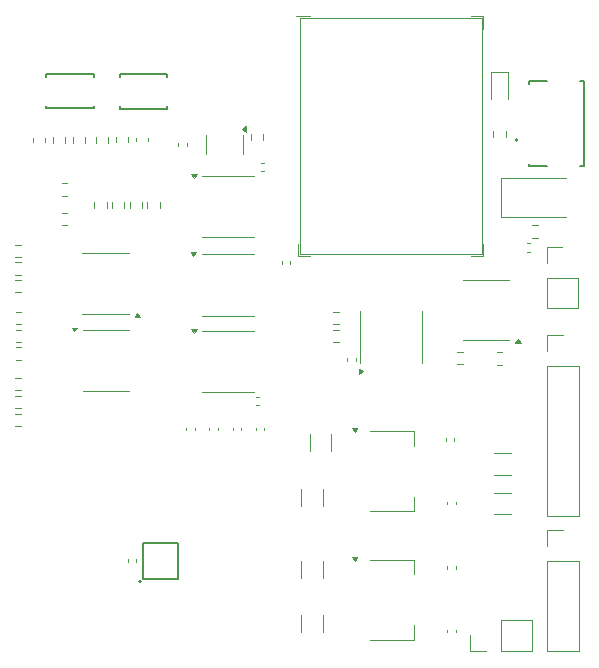
<source format=gbr>
%TF.GenerationSoftware,KiCad,Pcbnew,8.0.6*%
%TF.CreationDate,2025-08-26T16:01:02+02:00*%
%TF.ProjectId,probe,70726f62-652e-46b6-9963-61645f706362,V4-0*%
%TF.SameCoordinates,Original*%
%TF.FileFunction,Legend,Top*%
%TF.FilePolarity,Positive*%
%FSLAX46Y46*%
G04 Gerber Fmt 4.6, Leading zero omitted, Abs format (unit mm)*
G04 Created by KiCad (PCBNEW 8.0.6) date 2025-08-26 16:01:02*
%MOMM*%
%LPD*%
G01*
G04 APERTURE LIST*
%ADD10C,0.120000*%
%ADD11C,0.127000*%
%ADD12C,0.200000*%
G04 APERTURE END LIST*
D10*
%TO.C,R22*%
X145612742Y-32237500D02*
X146087258Y-32237500D01*
X145612742Y-33282500D02*
X146087258Y-33282500D01*
D11*
%TO.C,J2*%
X185215000Y-21100000D02*
X185215000Y-21305000D01*
X185215000Y-28300000D02*
X185215000Y-28095000D01*
X186735000Y-21100000D02*
X185215000Y-21100000D01*
X186735000Y-28300000D02*
X185215000Y-28300000D01*
X189515000Y-21100000D02*
X189875000Y-21100000D01*
X189875000Y-21100000D02*
X189875000Y-28300000D01*
X189875000Y-28300000D02*
X189515000Y-28300000D01*
D12*
X184225000Y-26050000D02*
G75*
G02*
X184025000Y-26050000I-100000J0D01*
G01*
X184025000Y-26050000D02*
G75*
G02*
X184225000Y-26050000I100000J0D01*
G01*
D10*
%TO.C,J1*%
X180195000Y-69330000D02*
X180195000Y-68000000D01*
X181525000Y-69330000D02*
X180195000Y-69330000D01*
X182795000Y-66670000D02*
X185395000Y-66670000D01*
X182795000Y-69330000D02*
X182795000Y-66670000D01*
X182795000Y-69330000D02*
X185395000Y-69330000D01*
X185395000Y-69330000D02*
X185395000Y-66670000D01*
%TO.C,C11*%
X151915000Y-26165580D02*
X151915000Y-25884420D01*
X152935000Y-26165580D02*
X152935000Y-25884420D01*
%TO.C,D1*%
X182840000Y-29300000D02*
X182840000Y-32600000D01*
X182840000Y-29300000D02*
X188350000Y-29300000D01*
X182840000Y-32600000D02*
X188350000Y-32600000D01*
%TO.C,R1*%
X150202500Y-26262258D02*
X150202500Y-25787742D01*
X151247500Y-26262258D02*
X151247500Y-25787742D01*
D11*
%TO.C,SW1*%
X150550000Y-20500000D02*
X154550000Y-20500000D01*
X150550000Y-20730000D02*
X150550000Y-20500000D01*
X150550000Y-23400000D02*
X150550000Y-23170000D01*
X154550000Y-20500000D02*
X154550000Y-20730000D01*
X154550000Y-23400000D02*
X150550000Y-23400000D01*
X154550000Y-23400000D02*
X154550000Y-23170000D01*
D10*
%TO.C,R12*%
X142187258Y-42127500D02*
X141712742Y-42127500D01*
X142187258Y-43172500D02*
X141712742Y-43172500D01*
%TO.C,C13*%
X155502500Y-26532836D02*
X155502500Y-26317164D01*
X156222500Y-26532836D02*
X156222500Y-26317164D01*
D11*
%TO.C,U13*%
X152475000Y-60190000D02*
X152475000Y-63190000D01*
X152475000Y-63190000D02*
X155475000Y-63190000D01*
X155475000Y-60190000D02*
X152475000Y-60190000D01*
X155475000Y-63190000D02*
X155475000Y-60190000D01*
D12*
X152325000Y-63440000D02*
G75*
G02*
X152125000Y-63440000I-100000J0D01*
G01*
X152125000Y-63440000D02*
G75*
G02*
X152325000Y-63440000I100000J0D01*
G01*
D10*
%TO.C,C15*%
X156155000Y-50627836D02*
X156155000Y-50412164D01*
X156875000Y-50627836D02*
X156875000Y-50412164D01*
%TO.C,R26*%
X161640000Y-26062258D02*
X161640000Y-25587742D01*
X162685000Y-26062258D02*
X162685000Y-25587742D01*
%TO.C,R18*%
X149877500Y-31812258D02*
X149877500Y-31337742D01*
X150922500Y-31812258D02*
X150922500Y-31337742D01*
%TO.C,C16*%
X158125000Y-50627836D02*
X158125000Y-50412164D01*
X158845000Y-50627836D02*
X158845000Y-50412164D01*
%TO.C,C19*%
X162512164Y-27990000D02*
X162727836Y-27990000D01*
X162512164Y-28710000D02*
X162727836Y-28710000D01*
%TO.C,C22*%
X162092164Y-47790000D02*
X162307836Y-47790000D01*
X162092164Y-48510000D02*
X162307836Y-48510000D01*
%TO.C,C8*%
X178240000Y-67727836D02*
X178240000Y-67512164D01*
X178960000Y-67727836D02*
X178960000Y-67512164D01*
%TO.C,C17*%
X160095000Y-50627836D02*
X160095000Y-50412164D01*
X160815000Y-50627836D02*
X160815000Y-50412164D01*
%TO.C,R27*%
X179087742Y-43992500D02*
X179562258Y-43992500D01*
X179087742Y-45037500D02*
X179562258Y-45037500D01*
%TO.C,R15*%
X142137258Y-47727500D02*
X141662742Y-47727500D01*
X142137258Y-48772500D02*
X141662742Y-48772500D01*
%TO.C,R19*%
X151377500Y-31812258D02*
X151377500Y-31337742D01*
X152422500Y-31812258D02*
X152422500Y-31337742D01*
%TO.C,R16*%
X142137258Y-46227500D02*
X141662742Y-46227500D01*
X142137258Y-47272500D02*
X141662742Y-47272500D01*
D11*
%TO.C,SW2*%
X144325000Y-20475000D02*
X144325000Y-20705000D01*
X144325000Y-20475000D02*
X148325000Y-20475000D01*
X144325000Y-23375000D02*
X144325000Y-23145000D01*
X148325000Y-20475000D02*
X148325000Y-20705000D01*
X148325000Y-23145000D02*
X148325000Y-23375000D01*
X148325000Y-23375000D02*
X144325000Y-23375000D01*
D10*
%TO.C,J5*%
X186670000Y-35120000D02*
X188000000Y-35120000D01*
X186670000Y-36450000D02*
X186670000Y-35120000D01*
X186670000Y-37720000D02*
X186670000Y-40320000D01*
X186670000Y-37720000D02*
X189330000Y-37720000D01*
X186670000Y-40320000D02*
X189330000Y-40320000D01*
X189330000Y-37720000D02*
X189330000Y-40320000D01*
%TO.C,C12*%
X143165000Y-25934420D02*
X143165000Y-26215580D01*
X144185000Y-25934420D02*
X144185000Y-26215580D01*
%TO.C,R23*%
X185912258Y-33277500D02*
X185437742Y-33277500D01*
X185912258Y-34322500D02*
X185437742Y-34322500D01*
%TO.C,C21*%
X169790000Y-44522164D02*
X169790000Y-44737836D01*
X170510000Y-44522164D02*
X170510000Y-44737836D01*
%TO.C,J6*%
X186720000Y-59080000D02*
X188050000Y-59080000D01*
X186720000Y-60410000D02*
X186720000Y-59080000D01*
X186720000Y-61680000D02*
X186720000Y-69360000D01*
X186720000Y-61680000D02*
X189380000Y-61680000D01*
X186720000Y-69360000D02*
X189380000Y-69360000D01*
X189380000Y-61680000D02*
X189380000Y-69360000D01*
%TO.C,C6*%
X165890000Y-67736252D02*
X165890000Y-66313748D01*
X167710000Y-67736252D02*
X167710000Y-66313748D01*
%TO.C,U7*%
X159675000Y-35715000D02*
X157475000Y-35715000D01*
X159675000Y-35715000D02*
X161875000Y-35715000D01*
X159675000Y-40935000D02*
X157475000Y-40935000D01*
X159675000Y-40935000D02*
X161875000Y-40935000D01*
X156775000Y-35915000D02*
X156535000Y-35585000D01*
X157015000Y-35585000D01*
X156775000Y-35915000D01*
G36*
X156775000Y-35915000D02*
G01*
X156535000Y-35585000D01*
X157015000Y-35585000D01*
X156775000Y-35915000D01*
G37*
%TO.C,R24*%
X169062258Y-42140000D02*
X168587742Y-42140000D01*
X169062258Y-43185000D02*
X168587742Y-43185000D01*
%TO.C,U2*%
X171700000Y-50690000D02*
X175460000Y-50690000D01*
X171700000Y-57510000D02*
X175460000Y-57510000D01*
X175460000Y-50690000D02*
X175460000Y-51950000D01*
X175460000Y-57510000D02*
X175460000Y-56250000D01*
X170420000Y-50790000D02*
X170180000Y-50460000D01*
X170660000Y-50460000D01*
X170420000Y-50790000D01*
G36*
X170420000Y-50790000D02*
G01*
X170180000Y-50460000D01*
X170660000Y-50460000D01*
X170420000Y-50790000D01*
G37*
%TO.C,U4*%
X165625000Y-35900000D02*
X165625000Y-34850000D01*
X165775000Y-15750000D02*
X165775000Y-20350000D01*
X165775000Y-15750000D02*
X181175000Y-15750000D01*
X165775000Y-35750000D02*
X165775000Y-20350000D01*
X166675000Y-15600000D02*
X165475000Y-15600000D01*
X166675000Y-35900000D02*
X165625000Y-35900000D01*
X180275000Y-15600000D02*
X181325000Y-15600000D01*
X180275000Y-35900000D02*
X181325000Y-35900000D01*
X181175000Y-15750000D02*
X181175000Y-20350000D01*
X181175000Y-20350000D02*
X181175000Y-35750000D01*
X181175000Y-35750000D02*
X165775000Y-35750000D01*
X181325000Y-15600000D02*
X181325000Y-16650000D01*
X181325000Y-35900000D02*
X181325000Y-34850000D01*
%TO.C,U6*%
X159700000Y-29090000D02*
X157500000Y-29090000D01*
X159700000Y-29090000D02*
X161900000Y-29090000D01*
X159700000Y-34310000D02*
X157500000Y-34310000D01*
X159700000Y-34310000D02*
X161900000Y-34310000D01*
X156800000Y-29290000D02*
X156560000Y-28960000D01*
X157040000Y-28960000D01*
X156800000Y-29290000D01*
G36*
X156800000Y-29290000D02*
G01*
X156560000Y-28960000D01*
X157040000Y-28960000D01*
X156800000Y-29290000D01*
G37*
%TO.C,C20*%
X164240000Y-36342164D02*
X164240000Y-36557836D01*
X164960000Y-36342164D02*
X164960000Y-36557836D01*
%TO.C,U1*%
X157840000Y-26437500D02*
X157840000Y-25637500D01*
X157840000Y-26437500D02*
X157840000Y-27237500D01*
X160960000Y-26437500D02*
X160960000Y-25637500D01*
X160960000Y-26437500D02*
X160960000Y-27237500D01*
X161240000Y-25377500D02*
X160910000Y-25137500D01*
X161240000Y-24897500D01*
X161240000Y-25377500D01*
G36*
X161240000Y-25377500D02*
G01*
X160910000Y-25137500D01*
X161240000Y-24897500D01*
X161240000Y-25377500D01*
G37*
%TO.C,C7*%
X165890000Y-63136252D02*
X165890000Y-61713748D01*
X167710000Y-63136252D02*
X167710000Y-61713748D01*
%TO.C,C18*%
X162065000Y-50627836D02*
X162065000Y-50412164D01*
X162785000Y-50627836D02*
X162785000Y-50412164D01*
%TO.C,C1*%
X178140000Y-51292164D02*
X178140000Y-51507836D01*
X178860000Y-51292164D02*
X178860000Y-51507836D01*
%TO.C,R10*%
X142162258Y-34927500D02*
X141687742Y-34927500D01*
X142162258Y-35972500D02*
X141687742Y-35972500D01*
%TO.C,R21*%
X145612742Y-29727500D02*
X146087258Y-29727500D01*
X145612742Y-30772500D02*
X146087258Y-30772500D01*
%TO.C,C10*%
X182213748Y-55915000D02*
X183636252Y-55915000D01*
X182213748Y-57735000D02*
X183636252Y-57735000D01*
%TO.C,R2*%
X144852500Y-25837742D02*
X144852500Y-26312258D01*
X145897500Y-25837742D02*
X145897500Y-26312258D01*
%TO.C,C9*%
X182213748Y-52565000D02*
X183636252Y-52565000D01*
X182213748Y-54385000D02*
X183636252Y-54385000D01*
%TO.C,R7*%
X148502500Y-26287258D02*
X148502500Y-25812742D01*
X149547500Y-26287258D02*
X149547500Y-25812742D01*
%TO.C,R8*%
X142162258Y-37927500D02*
X141687742Y-37927500D01*
X142162258Y-38972500D02*
X141687742Y-38972500D01*
%TO.C,R25*%
X169062258Y-40590000D02*
X168587742Y-40590000D01*
X169062258Y-41635000D02*
X168587742Y-41635000D01*
%TO.C,U12*%
X181550000Y-37895000D02*
X179600000Y-37895000D01*
X181550000Y-37895000D02*
X183500000Y-37895000D01*
X181550000Y-43015000D02*
X179600000Y-43015000D01*
X181550000Y-43015000D02*
X183500000Y-43015000D01*
X184490000Y-43250000D02*
X184010000Y-43250000D01*
X184250000Y-42920000D01*
X184490000Y-43250000D01*
G36*
X184490000Y-43250000D02*
G01*
X184010000Y-43250000D01*
X184250000Y-42920000D01*
X184490000Y-43250000D01*
G37*
%TO.C,R13*%
X142187258Y-40627500D02*
X141712742Y-40627500D01*
X142187258Y-41672500D02*
X141712742Y-41672500D01*
%TO.C,R20*%
X152877500Y-31812258D02*
X152877500Y-31337742D01*
X153922500Y-31812258D02*
X153922500Y-31337742D01*
%TO.C,U9*%
X149400000Y-42180000D02*
X147450000Y-42180000D01*
X149400000Y-42180000D02*
X151350000Y-42180000D01*
X149400000Y-47300000D02*
X147450000Y-47300000D01*
X149400000Y-47300000D02*
X151350000Y-47300000D01*
X146700000Y-42275000D02*
X146460000Y-41945000D01*
X146940000Y-41945000D01*
X146700000Y-42275000D01*
G36*
X146700000Y-42275000D02*
G01*
X146460000Y-41945000D01*
X146940000Y-41945000D01*
X146700000Y-42275000D01*
G37*
%TO.C,R11*%
X142187258Y-43627500D02*
X141712742Y-43627500D01*
X142187258Y-44672500D02*
X141712742Y-44672500D01*
%TO.C,C5*%
X178240000Y-62172164D02*
X178240000Y-62387836D01*
X178960000Y-62172164D02*
X178960000Y-62387836D01*
%TO.C,R14*%
X142137258Y-49227500D02*
X141662742Y-49227500D01*
X142137258Y-50272500D02*
X141662742Y-50272500D01*
%TO.C,R17*%
X148377500Y-31812258D02*
X148377500Y-31337742D01*
X149422500Y-31812258D02*
X149422500Y-31337742D01*
%TO.C,J3*%
X186720000Y-42580000D02*
X188050000Y-42580000D01*
X186720000Y-43910000D02*
X186720000Y-42580000D01*
X186720000Y-45180000D02*
X186720000Y-57940000D01*
X186720000Y-45180000D02*
X189380000Y-45180000D01*
X186720000Y-57940000D02*
X189380000Y-57940000D01*
X189380000Y-45180000D02*
X189380000Y-57940000D01*
%TO.C,U5*%
X149325000Y-35665000D02*
X147375000Y-35665000D01*
X149325000Y-35665000D02*
X151275000Y-35665000D01*
X149325000Y-40785000D02*
X147375000Y-40785000D01*
X149325000Y-40785000D02*
X151275000Y-40785000D01*
X152265000Y-41020000D02*
X151785000Y-41020000D01*
X152025000Y-40690000D01*
X152265000Y-41020000D01*
G36*
X152265000Y-41020000D02*
G01*
X151785000Y-41020000D01*
X152025000Y-40690000D01*
X152265000Y-41020000D01*
G37*
%TO.C,U8*%
X159712500Y-42215000D02*
X157512500Y-42215000D01*
X159712500Y-42215000D02*
X161912500Y-42215000D01*
X159712500Y-47435000D02*
X157512500Y-47435000D01*
X159712500Y-47435000D02*
X161912500Y-47435000D01*
X156812500Y-42415000D02*
X156572500Y-42085000D01*
X157052500Y-42085000D01*
X156812500Y-42415000D01*
G36*
X156812500Y-42415000D02*
G01*
X156572500Y-42085000D01*
X157052500Y-42085000D01*
X156812500Y-42415000D01*
G37*
%TO.C,R28*%
X182462742Y-44027500D02*
X182937258Y-44027500D01*
X182462742Y-45072500D02*
X182937258Y-45072500D01*
%TO.C,C23*%
X151190000Y-61752836D02*
X151190000Y-61537164D01*
X151910000Y-61752836D02*
X151910000Y-61537164D01*
%TO.C,R6*%
X146552500Y-25837742D02*
X146552500Y-26312258D01*
X147597500Y-25837742D02*
X147597500Y-26312258D01*
%TO.C,U3*%
X171700000Y-61590000D02*
X175460000Y-61590000D01*
X171700000Y-68410000D02*
X175460000Y-68410000D01*
X175460000Y-61590000D02*
X175460000Y-62850000D01*
X175460000Y-68410000D02*
X175460000Y-67150000D01*
X170420000Y-61690000D02*
X170180000Y-61360000D01*
X170660000Y-61360000D01*
X170420000Y-61690000D01*
G36*
X170420000Y-61690000D02*
G01*
X170180000Y-61360000D01*
X170660000Y-61360000D01*
X170420000Y-61690000D01*
G37*
%TO.C,C14*%
X185042164Y-34790000D02*
X185257836Y-34790000D01*
X185042164Y-35510000D02*
X185257836Y-35510000D01*
%TO.C,D4*%
X181940000Y-20265000D02*
X181940000Y-22550000D01*
X183410000Y-20265000D02*
X181940000Y-20265000D01*
X183410000Y-22550000D02*
X183410000Y-20265000D01*
%TO.C,R5*%
X182152500Y-25337742D02*
X182152500Y-25812258D01*
X183197500Y-25337742D02*
X183197500Y-25812258D01*
%TO.C,C3*%
X178240000Y-56907836D02*
X178240000Y-56692164D01*
X178960000Y-56907836D02*
X178960000Y-56692164D01*
%TO.C,U10*%
X170915000Y-42762500D02*
X170915000Y-40562500D01*
X170915000Y-42762500D02*
X170915000Y-44962500D01*
X176135000Y-42762500D02*
X176135000Y-40562500D01*
X176135000Y-42762500D02*
X176135000Y-44962500D01*
X171115000Y-45662500D02*
X170785000Y-45902500D01*
X170785000Y-45422500D01*
X171115000Y-45662500D01*
G36*
X171115000Y-45662500D02*
G01*
X170785000Y-45902500D01*
X170785000Y-45422500D01*
X171115000Y-45662500D01*
G37*
%TO.C,C2*%
X166640000Y-52361252D02*
X166640000Y-50938748D01*
X168460000Y-52361252D02*
X168460000Y-50938748D01*
%TO.C,R9*%
X142162258Y-36427500D02*
X141687742Y-36427500D01*
X142162258Y-37472500D02*
X141687742Y-37472500D01*
%TO.C,C4*%
X165890000Y-57011252D02*
X165890000Y-55588748D01*
X167710000Y-57011252D02*
X167710000Y-55588748D01*
%TD*%
M02*

</source>
